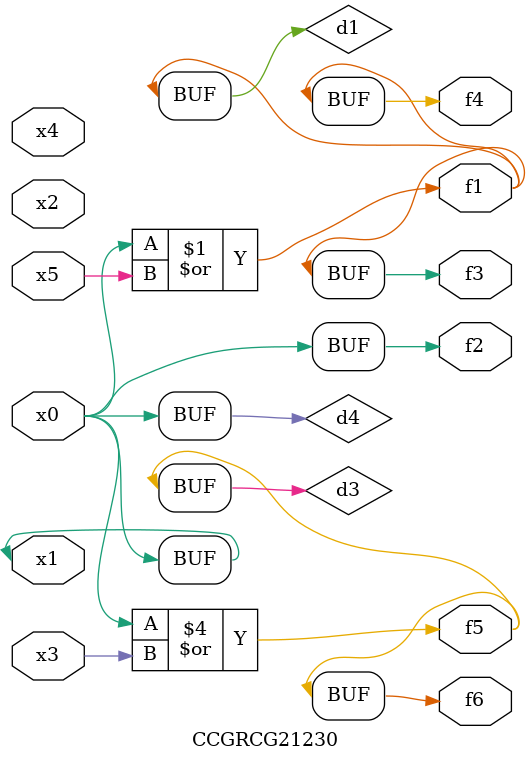
<source format=v>
module CCGRCG21230(
	input x0, x1, x2, x3, x4, x5,
	output f1, f2, f3, f4, f5, f6
);

	wire d1, d2, d3, d4;

	or (d1, x0, x5);
	xnor (d2, x1, x4);
	or (d3, x0, x3);
	buf (d4, x0, x1);
	assign f1 = d1;
	assign f2 = d4;
	assign f3 = d1;
	assign f4 = d1;
	assign f5 = d3;
	assign f6 = d3;
endmodule

</source>
